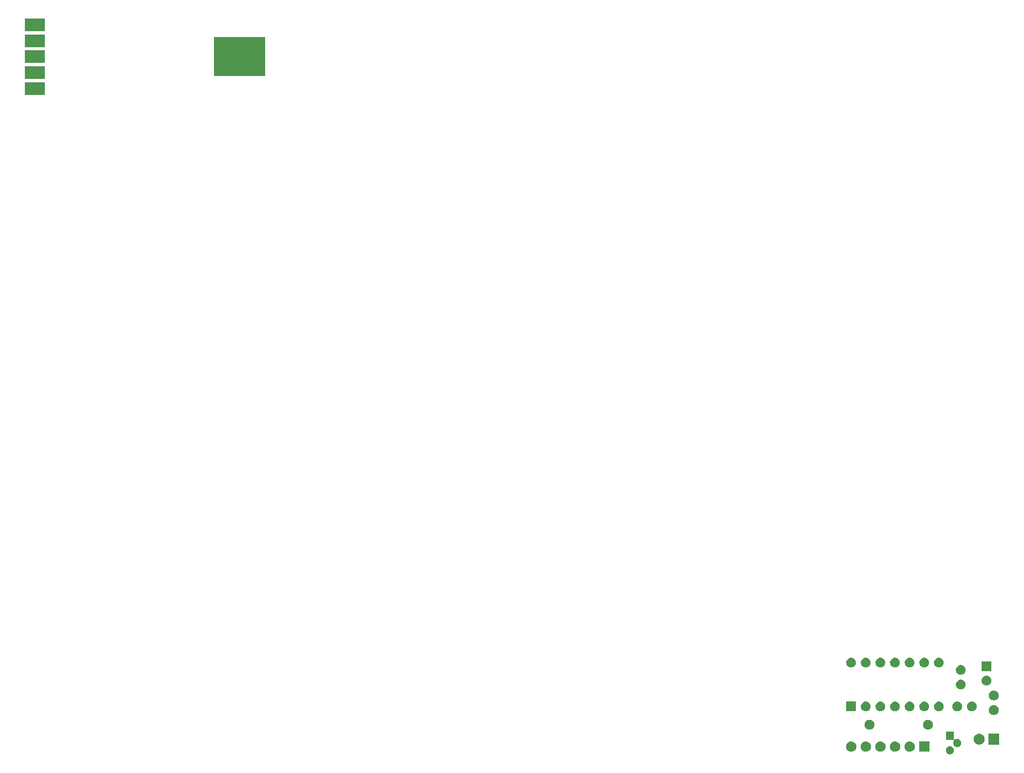
<source format=gbr>
G04 #@! TF.GenerationSoftware,KiCad,Pcbnew,(5.1.5)-3*
G04 #@! TF.CreationDate,2022-03-24T10:50:37-07:00*
G04 #@! TF.ProjectId,wiijoy,7769696a-6f79-42e6-9b69-6361645f7063,rev?*
G04 #@! TF.SameCoordinates,Original*
G04 #@! TF.FileFunction,Soldermask,Top*
G04 #@! TF.FilePolarity,Negative*
%FSLAX46Y46*%
G04 Gerber Fmt 4.6, Leading zero omitted, Abs format (unit mm)*
G04 Created by KiCad (PCBNEW (5.1.5)-3) date 2022-03-24 10:50:37*
%MOMM*%
%LPD*%
G04 APERTURE LIST*
%ADD10C,0.100000*%
G04 APERTURE END LIST*
D10*
G36*
X41892972Y6196422D02*
G01*
X33013227Y6196422D01*
X33013227Y12868586D01*
X41892972Y12868586D01*
X41892972Y6196422D01*
G37*
X41892972Y6196422D02*
X33013227Y6196422D01*
X33013227Y12868586D01*
X41892972Y12868586D01*
X41892972Y6196422D01*
G36*
X3560600Y2908650D02*
G01*
X179423Y2908650D01*
X179423Y5038988D01*
X3560600Y5038988D01*
X3560600Y2908650D01*
G37*
X3560600Y2908650D02*
X179423Y2908650D01*
X179423Y5038988D01*
X3560600Y5038988D01*
X3560600Y2908650D01*
G36*
X3560600Y5676134D02*
G01*
X179423Y5676134D01*
X179423Y7806472D01*
X3560600Y7806472D01*
X3560600Y5676134D01*
G37*
X3560600Y5676134D02*
X179423Y5676134D01*
X179423Y7806472D01*
X3560600Y7806472D01*
X3560600Y5676134D01*
G36*
X3546919Y8496996D02*
G01*
X165742Y8496996D01*
X165742Y10627334D01*
X3546919Y10627334D01*
X3546919Y8496996D01*
G37*
X3546919Y8496996D02*
X165742Y8496996D01*
X165742Y10627334D01*
X3546919Y10627334D01*
X3546919Y8496996D01*
G36*
X3566464Y11213665D02*
G01*
X185287Y11213665D01*
X185287Y13344003D01*
X3566464Y13344003D01*
X3566464Y11213665D01*
G37*
X3566464Y11213665D02*
X185287Y11213665D01*
X185287Y13344003D01*
X3566464Y13344003D01*
X3566464Y11213665D01*
G36*
X3586008Y14008511D02*
G01*
X204831Y14008511D01*
X204831Y16138849D01*
X3586008Y16138849D01*
X3586008Y14008511D01*
G37*
X3586008Y14008511D02*
X204831Y14008511D01*
X204831Y16138849D01*
X3586008Y16138849D01*
X3586008Y14008511D01*
G36*
X161088073Y-110400138D02*
G01*
X161215649Y-110452982D01*
X161330459Y-110529695D01*
X161428105Y-110627341D01*
X161504818Y-110742151D01*
X161557662Y-110869727D01*
X161584600Y-111005156D01*
X161584600Y-111143244D01*
X161557662Y-111278673D01*
X161504818Y-111406249D01*
X161428105Y-111521059D01*
X161330459Y-111618705D01*
X161215649Y-111695418D01*
X161088073Y-111748262D01*
X160952644Y-111775200D01*
X160814556Y-111775200D01*
X160679127Y-111748262D01*
X160551551Y-111695418D01*
X160436741Y-111618705D01*
X160339095Y-111521059D01*
X160262382Y-111406249D01*
X160209538Y-111278673D01*
X160182600Y-111143244D01*
X160182600Y-111005156D01*
X160209538Y-110869727D01*
X160262382Y-110742151D01*
X160339095Y-110627341D01*
X160436741Y-110529695D01*
X160551551Y-110452982D01*
X160679127Y-110400138D01*
X160814556Y-110373200D01*
X160952644Y-110373200D01*
X161088073Y-110400138D01*
G37*
G36*
X157339600Y-111340200D02*
G01*
X155537600Y-111340200D01*
X155537600Y-109538200D01*
X157339600Y-109538200D01*
X157339600Y-111340200D01*
G37*
G36*
X143852112Y-109543127D02*
G01*
X144001412Y-109572824D01*
X144165384Y-109640744D01*
X144312954Y-109739347D01*
X144438453Y-109864846D01*
X144537056Y-110012416D01*
X144604976Y-110176388D01*
X144639600Y-110350459D01*
X144639600Y-110527941D01*
X144604976Y-110702012D01*
X144537056Y-110865984D01*
X144438453Y-111013554D01*
X144312954Y-111139053D01*
X144165384Y-111237656D01*
X144001412Y-111305576D01*
X143852112Y-111335273D01*
X143827342Y-111340200D01*
X143649858Y-111340200D01*
X143625088Y-111335273D01*
X143475788Y-111305576D01*
X143311816Y-111237656D01*
X143164246Y-111139053D01*
X143038747Y-111013554D01*
X142940144Y-110865984D01*
X142872224Y-110702012D01*
X142837600Y-110527941D01*
X142837600Y-110350459D01*
X142872224Y-110176388D01*
X142940144Y-110012416D01*
X143038747Y-109864846D01*
X143164246Y-109739347D01*
X143311816Y-109640744D01*
X143475788Y-109572824D01*
X143625088Y-109543127D01*
X143649858Y-109538200D01*
X143827342Y-109538200D01*
X143852112Y-109543127D01*
G37*
G36*
X146392112Y-109543127D02*
G01*
X146541412Y-109572824D01*
X146705384Y-109640744D01*
X146852954Y-109739347D01*
X146978453Y-109864846D01*
X147077056Y-110012416D01*
X147144976Y-110176388D01*
X147179600Y-110350459D01*
X147179600Y-110527941D01*
X147144976Y-110702012D01*
X147077056Y-110865984D01*
X146978453Y-111013554D01*
X146852954Y-111139053D01*
X146705384Y-111237656D01*
X146541412Y-111305576D01*
X146392112Y-111335273D01*
X146367342Y-111340200D01*
X146189858Y-111340200D01*
X146165088Y-111335273D01*
X146015788Y-111305576D01*
X145851816Y-111237656D01*
X145704246Y-111139053D01*
X145578747Y-111013554D01*
X145480144Y-110865984D01*
X145412224Y-110702012D01*
X145377600Y-110527941D01*
X145377600Y-110350459D01*
X145412224Y-110176388D01*
X145480144Y-110012416D01*
X145578747Y-109864846D01*
X145704246Y-109739347D01*
X145851816Y-109640744D01*
X146015788Y-109572824D01*
X146165088Y-109543127D01*
X146189858Y-109538200D01*
X146367342Y-109538200D01*
X146392112Y-109543127D01*
G37*
G36*
X148932112Y-109543127D02*
G01*
X149081412Y-109572824D01*
X149245384Y-109640744D01*
X149392954Y-109739347D01*
X149518453Y-109864846D01*
X149617056Y-110012416D01*
X149684976Y-110176388D01*
X149719600Y-110350459D01*
X149719600Y-110527941D01*
X149684976Y-110702012D01*
X149617056Y-110865984D01*
X149518453Y-111013554D01*
X149392954Y-111139053D01*
X149245384Y-111237656D01*
X149081412Y-111305576D01*
X148932112Y-111335273D01*
X148907342Y-111340200D01*
X148729858Y-111340200D01*
X148705088Y-111335273D01*
X148555788Y-111305576D01*
X148391816Y-111237656D01*
X148244246Y-111139053D01*
X148118747Y-111013554D01*
X148020144Y-110865984D01*
X147952224Y-110702012D01*
X147917600Y-110527941D01*
X147917600Y-110350459D01*
X147952224Y-110176388D01*
X148020144Y-110012416D01*
X148118747Y-109864846D01*
X148244246Y-109739347D01*
X148391816Y-109640744D01*
X148555788Y-109572824D01*
X148705088Y-109543127D01*
X148729858Y-109538200D01*
X148907342Y-109538200D01*
X148932112Y-109543127D01*
G37*
G36*
X151472112Y-109543127D02*
G01*
X151621412Y-109572824D01*
X151785384Y-109640744D01*
X151932954Y-109739347D01*
X152058453Y-109864846D01*
X152157056Y-110012416D01*
X152224976Y-110176388D01*
X152259600Y-110350459D01*
X152259600Y-110527941D01*
X152224976Y-110702012D01*
X152157056Y-110865984D01*
X152058453Y-111013554D01*
X151932954Y-111139053D01*
X151785384Y-111237656D01*
X151621412Y-111305576D01*
X151472112Y-111335273D01*
X151447342Y-111340200D01*
X151269858Y-111340200D01*
X151245088Y-111335273D01*
X151095788Y-111305576D01*
X150931816Y-111237656D01*
X150784246Y-111139053D01*
X150658747Y-111013554D01*
X150560144Y-110865984D01*
X150492224Y-110702012D01*
X150457600Y-110527941D01*
X150457600Y-110350459D01*
X150492224Y-110176388D01*
X150560144Y-110012416D01*
X150658747Y-109864846D01*
X150784246Y-109739347D01*
X150931816Y-109640744D01*
X151095788Y-109572824D01*
X151245088Y-109543127D01*
X151269858Y-109538200D01*
X151447342Y-109538200D01*
X151472112Y-109543127D01*
G37*
G36*
X154012112Y-109543127D02*
G01*
X154161412Y-109572824D01*
X154325384Y-109640744D01*
X154472954Y-109739347D01*
X154598453Y-109864846D01*
X154697056Y-110012416D01*
X154764976Y-110176388D01*
X154799600Y-110350459D01*
X154799600Y-110527941D01*
X154764976Y-110702012D01*
X154697056Y-110865984D01*
X154598453Y-111013554D01*
X154472954Y-111139053D01*
X154325384Y-111237656D01*
X154161412Y-111305576D01*
X154012112Y-111335273D01*
X153987342Y-111340200D01*
X153809858Y-111340200D01*
X153785088Y-111335273D01*
X153635788Y-111305576D01*
X153471816Y-111237656D01*
X153324246Y-111139053D01*
X153198747Y-111013554D01*
X153100144Y-110865984D01*
X153032224Y-110702012D01*
X152997600Y-110527941D01*
X152997600Y-110350459D01*
X153032224Y-110176388D01*
X153100144Y-110012416D01*
X153198747Y-109864846D01*
X153324246Y-109739347D01*
X153471816Y-109640744D01*
X153635788Y-109572824D01*
X153785088Y-109543127D01*
X153809858Y-109538200D01*
X153987342Y-109538200D01*
X154012112Y-109543127D01*
G37*
G36*
X161584600Y-109107451D02*
G01*
X161587002Y-109131837D01*
X161594115Y-109155286D01*
X161605666Y-109176897D01*
X161621211Y-109195839D01*
X161640153Y-109211384D01*
X161661764Y-109222935D01*
X161685213Y-109230048D01*
X161709599Y-109232450D01*
X161733985Y-109230048D01*
X161757434Y-109222935D01*
X161779044Y-109211384D01*
X161821551Y-109182982D01*
X161949127Y-109130138D01*
X162084556Y-109103200D01*
X162222644Y-109103200D01*
X162358073Y-109130138D01*
X162485649Y-109182982D01*
X162600459Y-109259695D01*
X162698105Y-109357341D01*
X162774818Y-109472151D01*
X162827662Y-109599727D01*
X162854600Y-109735156D01*
X162854600Y-109873244D01*
X162827662Y-110008673D01*
X162774818Y-110136249D01*
X162698105Y-110251059D01*
X162600459Y-110348705D01*
X162485649Y-110425418D01*
X162358073Y-110478262D01*
X162222644Y-110505200D01*
X162084556Y-110505200D01*
X161949127Y-110478262D01*
X161821551Y-110425418D01*
X161706741Y-110348705D01*
X161609095Y-110251059D01*
X161532382Y-110136249D01*
X161479538Y-110008673D01*
X161452600Y-109873244D01*
X161452600Y-109735156D01*
X161479538Y-109599727D01*
X161532382Y-109472151D01*
X161560784Y-109429644D01*
X161572335Y-109408033D01*
X161579448Y-109384584D01*
X161581850Y-109360198D01*
X161579448Y-109335812D01*
X161572335Y-109312363D01*
X161560783Y-109290753D01*
X161545238Y-109271811D01*
X161526296Y-109256266D01*
X161504685Y-109244715D01*
X161481236Y-109237602D01*
X161456851Y-109235200D01*
X160182600Y-109235200D01*
X160182600Y-107833200D01*
X161584600Y-107833200D01*
X161584600Y-109107451D01*
G37*
G36*
X169454600Y-110098229D02*
G01*
X167552600Y-110098229D01*
X167552600Y-108196229D01*
X169454600Y-108196229D01*
X169454600Y-110098229D01*
G37*
G36*
X166240995Y-108232775D02*
G01*
X166414066Y-108304463D01*
X166414067Y-108304464D01*
X166569827Y-108408539D01*
X166702290Y-108541002D01*
X166702291Y-108541004D01*
X166806366Y-108696763D01*
X166878054Y-108869834D01*
X166914600Y-109053562D01*
X166914600Y-109240896D01*
X166878054Y-109424624D01*
X166806366Y-109597695D01*
X166754681Y-109675047D01*
X166702290Y-109753456D01*
X166569827Y-109885919D01*
X166491418Y-109938310D01*
X166414066Y-109989995D01*
X166240995Y-110061683D01*
X166057267Y-110098229D01*
X165869933Y-110098229D01*
X165686205Y-110061683D01*
X165513134Y-109989995D01*
X165435782Y-109938310D01*
X165357373Y-109885919D01*
X165224910Y-109753456D01*
X165172519Y-109675047D01*
X165120834Y-109597695D01*
X165049146Y-109424624D01*
X165012600Y-109240896D01*
X165012600Y-109053562D01*
X165049146Y-108869834D01*
X165120834Y-108696763D01*
X165224909Y-108541004D01*
X165224910Y-108541002D01*
X165357373Y-108408539D01*
X165513133Y-108304464D01*
X165513134Y-108304463D01*
X165686205Y-108232775D01*
X165869933Y-108196229D01*
X166057267Y-108196229D01*
X166240995Y-108232775D01*
G37*
G36*
X157321828Y-105810903D02*
G01*
X157476700Y-105875053D01*
X157616081Y-105968185D01*
X157734615Y-106086719D01*
X157827747Y-106226100D01*
X157891897Y-106380972D01*
X157924600Y-106545384D01*
X157924600Y-106713016D01*
X157891897Y-106877428D01*
X157827747Y-107032300D01*
X157734615Y-107171681D01*
X157616081Y-107290215D01*
X157476700Y-107383347D01*
X157321828Y-107447497D01*
X157157416Y-107480200D01*
X156989784Y-107480200D01*
X156825372Y-107447497D01*
X156670500Y-107383347D01*
X156531119Y-107290215D01*
X156412585Y-107171681D01*
X156319453Y-107032300D01*
X156255303Y-106877428D01*
X156222600Y-106713016D01*
X156222600Y-106545384D01*
X156255303Y-106380972D01*
X156319453Y-106226100D01*
X156412585Y-106086719D01*
X156531119Y-105968185D01*
X156670500Y-105875053D01*
X156825372Y-105810903D01*
X156989784Y-105778200D01*
X157157416Y-105778200D01*
X157321828Y-105810903D01*
G37*
G36*
X147161828Y-105810903D02*
G01*
X147316700Y-105875053D01*
X147456081Y-105968185D01*
X147574615Y-106086719D01*
X147667747Y-106226100D01*
X147731897Y-106380972D01*
X147764600Y-106545384D01*
X147764600Y-106713016D01*
X147731897Y-106877428D01*
X147667747Y-107032300D01*
X147574615Y-107171681D01*
X147456081Y-107290215D01*
X147316700Y-107383347D01*
X147161828Y-107447497D01*
X146997416Y-107480200D01*
X146829784Y-107480200D01*
X146665372Y-107447497D01*
X146510500Y-107383347D01*
X146371119Y-107290215D01*
X146252585Y-107171681D01*
X146159453Y-107032300D01*
X146095303Y-106877428D01*
X146062600Y-106713016D01*
X146062600Y-106545384D01*
X146095303Y-106380972D01*
X146159453Y-106226100D01*
X146252585Y-106086719D01*
X146371119Y-105968185D01*
X146510500Y-105875053D01*
X146665372Y-105810903D01*
X146829784Y-105778200D01*
X146997416Y-105778200D01*
X147161828Y-105810903D01*
G37*
G36*
X168751828Y-103270903D02*
G01*
X168906700Y-103335053D01*
X169046081Y-103428185D01*
X169164615Y-103546719D01*
X169257747Y-103686100D01*
X169321897Y-103840972D01*
X169354600Y-104005384D01*
X169354600Y-104173016D01*
X169321897Y-104337428D01*
X169257747Y-104492300D01*
X169164615Y-104631681D01*
X169046081Y-104750215D01*
X168906700Y-104843347D01*
X168751828Y-104907497D01*
X168587416Y-104940200D01*
X168419784Y-104940200D01*
X168255372Y-104907497D01*
X168100500Y-104843347D01*
X167961119Y-104750215D01*
X167842585Y-104631681D01*
X167749453Y-104492300D01*
X167685303Y-104337428D01*
X167652600Y-104173016D01*
X167652600Y-104005384D01*
X167685303Y-103840972D01*
X167749453Y-103686100D01*
X167842585Y-103546719D01*
X167961119Y-103428185D01*
X168100500Y-103335053D01*
X168255372Y-103270903D01*
X168419784Y-103238200D01*
X168587416Y-103238200D01*
X168751828Y-103270903D01*
G37*
G36*
X159226828Y-102635903D02*
G01*
X159381700Y-102700053D01*
X159521081Y-102793185D01*
X159639615Y-102911719D01*
X159732747Y-103051100D01*
X159796897Y-103205972D01*
X159829600Y-103370384D01*
X159829600Y-103538016D01*
X159796897Y-103702428D01*
X159732747Y-103857300D01*
X159639615Y-103996681D01*
X159521081Y-104115215D01*
X159381700Y-104208347D01*
X159226828Y-104272497D01*
X159062416Y-104305200D01*
X158894784Y-104305200D01*
X158730372Y-104272497D01*
X158575500Y-104208347D01*
X158436119Y-104115215D01*
X158317585Y-103996681D01*
X158224453Y-103857300D01*
X158160303Y-103702428D01*
X158127600Y-103538016D01*
X158127600Y-103370384D01*
X158160303Y-103205972D01*
X158224453Y-103051100D01*
X158317585Y-102911719D01*
X158436119Y-102793185D01*
X158575500Y-102700053D01*
X158730372Y-102635903D01*
X158894784Y-102603200D01*
X159062416Y-102603200D01*
X159226828Y-102635903D01*
G37*
G36*
X146526828Y-102635903D02*
G01*
X146681700Y-102700053D01*
X146821081Y-102793185D01*
X146939615Y-102911719D01*
X147032747Y-103051100D01*
X147096897Y-103205972D01*
X147129600Y-103370384D01*
X147129600Y-103538016D01*
X147096897Y-103702428D01*
X147032747Y-103857300D01*
X146939615Y-103996681D01*
X146821081Y-104115215D01*
X146681700Y-104208347D01*
X146526828Y-104272497D01*
X146362416Y-104305200D01*
X146194784Y-104305200D01*
X146030372Y-104272497D01*
X145875500Y-104208347D01*
X145736119Y-104115215D01*
X145617585Y-103996681D01*
X145524453Y-103857300D01*
X145460303Y-103702428D01*
X145427600Y-103538016D01*
X145427600Y-103370384D01*
X145460303Y-103205972D01*
X145524453Y-103051100D01*
X145617585Y-102911719D01*
X145736119Y-102793185D01*
X145875500Y-102700053D01*
X146030372Y-102635903D01*
X146194784Y-102603200D01*
X146362416Y-102603200D01*
X146526828Y-102635903D01*
G37*
G36*
X149066828Y-102635903D02*
G01*
X149221700Y-102700053D01*
X149361081Y-102793185D01*
X149479615Y-102911719D01*
X149572747Y-103051100D01*
X149636897Y-103205972D01*
X149669600Y-103370384D01*
X149669600Y-103538016D01*
X149636897Y-103702428D01*
X149572747Y-103857300D01*
X149479615Y-103996681D01*
X149361081Y-104115215D01*
X149221700Y-104208347D01*
X149066828Y-104272497D01*
X148902416Y-104305200D01*
X148734784Y-104305200D01*
X148570372Y-104272497D01*
X148415500Y-104208347D01*
X148276119Y-104115215D01*
X148157585Y-103996681D01*
X148064453Y-103857300D01*
X148000303Y-103702428D01*
X147967600Y-103538016D01*
X147967600Y-103370384D01*
X148000303Y-103205972D01*
X148064453Y-103051100D01*
X148157585Y-102911719D01*
X148276119Y-102793185D01*
X148415500Y-102700053D01*
X148570372Y-102635903D01*
X148734784Y-102603200D01*
X148902416Y-102603200D01*
X149066828Y-102635903D01*
G37*
G36*
X151606828Y-102635903D02*
G01*
X151761700Y-102700053D01*
X151901081Y-102793185D01*
X152019615Y-102911719D01*
X152112747Y-103051100D01*
X152176897Y-103205972D01*
X152209600Y-103370384D01*
X152209600Y-103538016D01*
X152176897Y-103702428D01*
X152112747Y-103857300D01*
X152019615Y-103996681D01*
X151901081Y-104115215D01*
X151761700Y-104208347D01*
X151606828Y-104272497D01*
X151442416Y-104305200D01*
X151274784Y-104305200D01*
X151110372Y-104272497D01*
X150955500Y-104208347D01*
X150816119Y-104115215D01*
X150697585Y-103996681D01*
X150604453Y-103857300D01*
X150540303Y-103702428D01*
X150507600Y-103538016D01*
X150507600Y-103370384D01*
X150540303Y-103205972D01*
X150604453Y-103051100D01*
X150697585Y-102911719D01*
X150816119Y-102793185D01*
X150955500Y-102700053D01*
X151110372Y-102635903D01*
X151274784Y-102603200D01*
X151442416Y-102603200D01*
X151606828Y-102635903D01*
G37*
G36*
X154146828Y-102635903D02*
G01*
X154301700Y-102700053D01*
X154441081Y-102793185D01*
X154559615Y-102911719D01*
X154652747Y-103051100D01*
X154716897Y-103205972D01*
X154749600Y-103370384D01*
X154749600Y-103538016D01*
X154716897Y-103702428D01*
X154652747Y-103857300D01*
X154559615Y-103996681D01*
X154441081Y-104115215D01*
X154301700Y-104208347D01*
X154146828Y-104272497D01*
X153982416Y-104305200D01*
X153814784Y-104305200D01*
X153650372Y-104272497D01*
X153495500Y-104208347D01*
X153356119Y-104115215D01*
X153237585Y-103996681D01*
X153144453Y-103857300D01*
X153080303Y-103702428D01*
X153047600Y-103538016D01*
X153047600Y-103370384D01*
X153080303Y-103205972D01*
X153144453Y-103051100D01*
X153237585Y-102911719D01*
X153356119Y-102793185D01*
X153495500Y-102700053D01*
X153650372Y-102635903D01*
X153814784Y-102603200D01*
X153982416Y-102603200D01*
X154146828Y-102635903D01*
G37*
G36*
X162401828Y-102635903D02*
G01*
X162556700Y-102700053D01*
X162696081Y-102793185D01*
X162814615Y-102911719D01*
X162907747Y-103051100D01*
X162971897Y-103205972D01*
X163004600Y-103370384D01*
X163004600Y-103538016D01*
X162971897Y-103702428D01*
X162907747Y-103857300D01*
X162814615Y-103996681D01*
X162696081Y-104115215D01*
X162556700Y-104208347D01*
X162401828Y-104272497D01*
X162237416Y-104305200D01*
X162069784Y-104305200D01*
X161905372Y-104272497D01*
X161750500Y-104208347D01*
X161611119Y-104115215D01*
X161492585Y-103996681D01*
X161399453Y-103857300D01*
X161335303Y-103702428D01*
X161302600Y-103538016D01*
X161302600Y-103370384D01*
X161335303Y-103205972D01*
X161399453Y-103051100D01*
X161492585Y-102911719D01*
X161611119Y-102793185D01*
X161750500Y-102700053D01*
X161905372Y-102635903D01*
X162069784Y-102603200D01*
X162237416Y-102603200D01*
X162401828Y-102635903D01*
G37*
G36*
X156686828Y-102635903D02*
G01*
X156841700Y-102700053D01*
X156981081Y-102793185D01*
X157099615Y-102911719D01*
X157192747Y-103051100D01*
X157256897Y-103205972D01*
X157289600Y-103370384D01*
X157289600Y-103538016D01*
X157256897Y-103702428D01*
X157192747Y-103857300D01*
X157099615Y-103996681D01*
X156981081Y-104115215D01*
X156841700Y-104208347D01*
X156686828Y-104272497D01*
X156522416Y-104305200D01*
X156354784Y-104305200D01*
X156190372Y-104272497D01*
X156035500Y-104208347D01*
X155896119Y-104115215D01*
X155777585Y-103996681D01*
X155684453Y-103857300D01*
X155620303Y-103702428D01*
X155587600Y-103538016D01*
X155587600Y-103370384D01*
X155620303Y-103205972D01*
X155684453Y-103051100D01*
X155777585Y-102911719D01*
X155896119Y-102793185D01*
X156035500Y-102700053D01*
X156190372Y-102635903D01*
X156354784Y-102603200D01*
X156522416Y-102603200D01*
X156686828Y-102635903D01*
G37*
G36*
X144589600Y-104305200D02*
G01*
X142887600Y-104305200D01*
X142887600Y-102603200D01*
X144589600Y-102603200D01*
X144589600Y-104305200D01*
G37*
G36*
X164941828Y-102635903D02*
G01*
X165096700Y-102700053D01*
X165236081Y-102793185D01*
X165354615Y-102911719D01*
X165447747Y-103051100D01*
X165511897Y-103205972D01*
X165544600Y-103370384D01*
X165544600Y-103538016D01*
X165511897Y-103702428D01*
X165447747Y-103857300D01*
X165354615Y-103996681D01*
X165236081Y-104115215D01*
X165096700Y-104208347D01*
X164941828Y-104272497D01*
X164777416Y-104305200D01*
X164609784Y-104305200D01*
X164445372Y-104272497D01*
X164290500Y-104208347D01*
X164151119Y-104115215D01*
X164032585Y-103996681D01*
X163939453Y-103857300D01*
X163875303Y-103702428D01*
X163842600Y-103538016D01*
X163842600Y-103370384D01*
X163875303Y-103205972D01*
X163939453Y-103051100D01*
X164032585Y-102911719D01*
X164151119Y-102793185D01*
X164290500Y-102700053D01*
X164445372Y-102635903D01*
X164609784Y-102603200D01*
X164777416Y-102603200D01*
X164941828Y-102635903D01*
G37*
G36*
X168751828Y-100730903D02*
G01*
X168906700Y-100795053D01*
X169046081Y-100888185D01*
X169164615Y-101006719D01*
X169257747Y-101146100D01*
X169321897Y-101300972D01*
X169354600Y-101465384D01*
X169354600Y-101633016D01*
X169321897Y-101797428D01*
X169257747Y-101952300D01*
X169164615Y-102091681D01*
X169046081Y-102210215D01*
X168906700Y-102303347D01*
X168751828Y-102367497D01*
X168587416Y-102400200D01*
X168419784Y-102400200D01*
X168255372Y-102367497D01*
X168100500Y-102303347D01*
X167961119Y-102210215D01*
X167842585Y-102091681D01*
X167749453Y-101952300D01*
X167685303Y-101797428D01*
X167652600Y-101633016D01*
X167652600Y-101465384D01*
X167685303Y-101300972D01*
X167749453Y-101146100D01*
X167842585Y-101006719D01*
X167961119Y-100888185D01*
X168100500Y-100795053D01*
X168255372Y-100730903D01*
X168419784Y-100698200D01*
X168587416Y-100698200D01*
X168751828Y-100730903D01*
G37*
G36*
X163036828Y-98825903D02*
G01*
X163191700Y-98890053D01*
X163331081Y-98983185D01*
X163449615Y-99101719D01*
X163542747Y-99241100D01*
X163606897Y-99395972D01*
X163639600Y-99560384D01*
X163639600Y-99728016D01*
X163606897Y-99892428D01*
X163542747Y-100047300D01*
X163449615Y-100186681D01*
X163331081Y-100305215D01*
X163191700Y-100398347D01*
X163036828Y-100462497D01*
X162872416Y-100495200D01*
X162704784Y-100495200D01*
X162540372Y-100462497D01*
X162385500Y-100398347D01*
X162246119Y-100305215D01*
X162127585Y-100186681D01*
X162034453Y-100047300D01*
X161970303Y-99892428D01*
X161937600Y-99728016D01*
X161937600Y-99560384D01*
X161970303Y-99395972D01*
X162034453Y-99241100D01*
X162127585Y-99101719D01*
X162246119Y-98983185D01*
X162385500Y-98890053D01*
X162540372Y-98825903D01*
X162704784Y-98793200D01*
X162872416Y-98793200D01*
X163036828Y-98825903D01*
G37*
G36*
X167481828Y-98150903D02*
G01*
X167636700Y-98215053D01*
X167776081Y-98308185D01*
X167894615Y-98426719D01*
X167987747Y-98566100D01*
X168051897Y-98720972D01*
X168084600Y-98885384D01*
X168084600Y-99053016D01*
X168051897Y-99217428D01*
X167987747Y-99372300D01*
X167894615Y-99511681D01*
X167776081Y-99630215D01*
X167636700Y-99723347D01*
X167481828Y-99787497D01*
X167317416Y-99820200D01*
X167149784Y-99820200D01*
X166985372Y-99787497D01*
X166830500Y-99723347D01*
X166691119Y-99630215D01*
X166572585Y-99511681D01*
X166479453Y-99372300D01*
X166415303Y-99217428D01*
X166382600Y-99053016D01*
X166382600Y-98885384D01*
X166415303Y-98720972D01*
X166479453Y-98566100D01*
X166572585Y-98426719D01*
X166691119Y-98308185D01*
X166830500Y-98215053D01*
X166985372Y-98150903D01*
X167149784Y-98118200D01*
X167317416Y-98118200D01*
X167481828Y-98150903D01*
G37*
G36*
X163036828Y-96285903D02*
G01*
X163191700Y-96350053D01*
X163331081Y-96443185D01*
X163449615Y-96561719D01*
X163542747Y-96701100D01*
X163606897Y-96855972D01*
X163639600Y-97020384D01*
X163639600Y-97188016D01*
X163606897Y-97352428D01*
X163542747Y-97507300D01*
X163449615Y-97646681D01*
X163331081Y-97765215D01*
X163191700Y-97858347D01*
X163036828Y-97922497D01*
X162872416Y-97955200D01*
X162704784Y-97955200D01*
X162540372Y-97922497D01*
X162385500Y-97858347D01*
X162246119Y-97765215D01*
X162127585Y-97646681D01*
X162034453Y-97507300D01*
X161970303Y-97352428D01*
X161937600Y-97188016D01*
X161937600Y-97020384D01*
X161970303Y-96855972D01*
X162034453Y-96701100D01*
X162127585Y-96561719D01*
X162246119Y-96443185D01*
X162385500Y-96350053D01*
X162540372Y-96285903D01*
X162704784Y-96253200D01*
X162872416Y-96253200D01*
X163036828Y-96285903D01*
G37*
G36*
X168084600Y-97320200D02*
G01*
X166382600Y-97320200D01*
X166382600Y-95618200D01*
X168084600Y-95618200D01*
X168084600Y-97320200D01*
G37*
G36*
X154146828Y-95015903D02*
G01*
X154301700Y-95080053D01*
X154441081Y-95173185D01*
X154559615Y-95291719D01*
X154652747Y-95431100D01*
X154716897Y-95585972D01*
X154749600Y-95750384D01*
X154749600Y-95918016D01*
X154716897Y-96082428D01*
X154652747Y-96237300D01*
X154559615Y-96376681D01*
X154441081Y-96495215D01*
X154301700Y-96588347D01*
X154146828Y-96652497D01*
X153982416Y-96685200D01*
X153814784Y-96685200D01*
X153650372Y-96652497D01*
X153495500Y-96588347D01*
X153356119Y-96495215D01*
X153237585Y-96376681D01*
X153144453Y-96237300D01*
X153080303Y-96082428D01*
X153047600Y-95918016D01*
X153047600Y-95750384D01*
X153080303Y-95585972D01*
X153144453Y-95431100D01*
X153237585Y-95291719D01*
X153356119Y-95173185D01*
X153495500Y-95080053D01*
X153650372Y-95015903D01*
X153814784Y-94983200D01*
X153982416Y-94983200D01*
X154146828Y-95015903D01*
G37*
G36*
X159226828Y-95015903D02*
G01*
X159381700Y-95080053D01*
X159521081Y-95173185D01*
X159639615Y-95291719D01*
X159732747Y-95431100D01*
X159796897Y-95585972D01*
X159829600Y-95750384D01*
X159829600Y-95918016D01*
X159796897Y-96082428D01*
X159732747Y-96237300D01*
X159639615Y-96376681D01*
X159521081Y-96495215D01*
X159381700Y-96588347D01*
X159226828Y-96652497D01*
X159062416Y-96685200D01*
X158894784Y-96685200D01*
X158730372Y-96652497D01*
X158575500Y-96588347D01*
X158436119Y-96495215D01*
X158317585Y-96376681D01*
X158224453Y-96237300D01*
X158160303Y-96082428D01*
X158127600Y-95918016D01*
X158127600Y-95750384D01*
X158160303Y-95585972D01*
X158224453Y-95431100D01*
X158317585Y-95291719D01*
X158436119Y-95173185D01*
X158575500Y-95080053D01*
X158730372Y-95015903D01*
X158894784Y-94983200D01*
X159062416Y-94983200D01*
X159226828Y-95015903D01*
G37*
G36*
X156686828Y-95015903D02*
G01*
X156841700Y-95080053D01*
X156981081Y-95173185D01*
X157099615Y-95291719D01*
X157192747Y-95431100D01*
X157256897Y-95585972D01*
X157289600Y-95750384D01*
X157289600Y-95918016D01*
X157256897Y-96082428D01*
X157192747Y-96237300D01*
X157099615Y-96376681D01*
X156981081Y-96495215D01*
X156841700Y-96588347D01*
X156686828Y-96652497D01*
X156522416Y-96685200D01*
X156354784Y-96685200D01*
X156190372Y-96652497D01*
X156035500Y-96588347D01*
X155896119Y-96495215D01*
X155777585Y-96376681D01*
X155684453Y-96237300D01*
X155620303Y-96082428D01*
X155587600Y-95918016D01*
X155587600Y-95750384D01*
X155620303Y-95585972D01*
X155684453Y-95431100D01*
X155777585Y-95291719D01*
X155896119Y-95173185D01*
X156035500Y-95080053D01*
X156190372Y-95015903D01*
X156354784Y-94983200D01*
X156522416Y-94983200D01*
X156686828Y-95015903D01*
G37*
G36*
X151606828Y-95015903D02*
G01*
X151761700Y-95080053D01*
X151901081Y-95173185D01*
X152019615Y-95291719D01*
X152112747Y-95431100D01*
X152176897Y-95585972D01*
X152209600Y-95750384D01*
X152209600Y-95918016D01*
X152176897Y-96082428D01*
X152112747Y-96237300D01*
X152019615Y-96376681D01*
X151901081Y-96495215D01*
X151761700Y-96588347D01*
X151606828Y-96652497D01*
X151442416Y-96685200D01*
X151274784Y-96685200D01*
X151110372Y-96652497D01*
X150955500Y-96588347D01*
X150816119Y-96495215D01*
X150697585Y-96376681D01*
X150604453Y-96237300D01*
X150540303Y-96082428D01*
X150507600Y-95918016D01*
X150507600Y-95750384D01*
X150540303Y-95585972D01*
X150604453Y-95431100D01*
X150697585Y-95291719D01*
X150816119Y-95173185D01*
X150955500Y-95080053D01*
X151110372Y-95015903D01*
X151274784Y-94983200D01*
X151442416Y-94983200D01*
X151606828Y-95015903D01*
G37*
G36*
X149066828Y-95015903D02*
G01*
X149221700Y-95080053D01*
X149361081Y-95173185D01*
X149479615Y-95291719D01*
X149572747Y-95431100D01*
X149636897Y-95585972D01*
X149669600Y-95750384D01*
X149669600Y-95918016D01*
X149636897Y-96082428D01*
X149572747Y-96237300D01*
X149479615Y-96376681D01*
X149361081Y-96495215D01*
X149221700Y-96588347D01*
X149066828Y-96652497D01*
X148902416Y-96685200D01*
X148734784Y-96685200D01*
X148570372Y-96652497D01*
X148415500Y-96588347D01*
X148276119Y-96495215D01*
X148157585Y-96376681D01*
X148064453Y-96237300D01*
X148000303Y-96082428D01*
X147967600Y-95918016D01*
X147967600Y-95750384D01*
X148000303Y-95585972D01*
X148064453Y-95431100D01*
X148157585Y-95291719D01*
X148276119Y-95173185D01*
X148415500Y-95080053D01*
X148570372Y-95015903D01*
X148734784Y-94983200D01*
X148902416Y-94983200D01*
X149066828Y-95015903D01*
G37*
G36*
X146526828Y-95015903D02*
G01*
X146681700Y-95080053D01*
X146821081Y-95173185D01*
X146939615Y-95291719D01*
X147032747Y-95431100D01*
X147096897Y-95585972D01*
X147129600Y-95750384D01*
X147129600Y-95918016D01*
X147096897Y-96082428D01*
X147032747Y-96237300D01*
X146939615Y-96376681D01*
X146821081Y-96495215D01*
X146681700Y-96588347D01*
X146526828Y-96652497D01*
X146362416Y-96685200D01*
X146194784Y-96685200D01*
X146030372Y-96652497D01*
X145875500Y-96588347D01*
X145736119Y-96495215D01*
X145617585Y-96376681D01*
X145524453Y-96237300D01*
X145460303Y-96082428D01*
X145427600Y-95918016D01*
X145427600Y-95750384D01*
X145460303Y-95585972D01*
X145524453Y-95431100D01*
X145617585Y-95291719D01*
X145736119Y-95173185D01*
X145875500Y-95080053D01*
X146030372Y-95015903D01*
X146194784Y-94983200D01*
X146362416Y-94983200D01*
X146526828Y-95015903D01*
G37*
G36*
X143986828Y-95015903D02*
G01*
X144141700Y-95080053D01*
X144281081Y-95173185D01*
X144399615Y-95291719D01*
X144492747Y-95431100D01*
X144556897Y-95585972D01*
X144589600Y-95750384D01*
X144589600Y-95918016D01*
X144556897Y-96082428D01*
X144492747Y-96237300D01*
X144399615Y-96376681D01*
X144281081Y-96495215D01*
X144141700Y-96588347D01*
X143986828Y-96652497D01*
X143822416Y-96685200D01*
X143654784Y-96685200D01*
X143490372Y-96652497D01*
X143335500Y-96588347D01*
X143196119Y-96495215D01*
X143077585Y-96376681D01*
X142984453Y-96237300D01*
X142920303Y-96082428D01*
X142887600Y-95918016D01*
X142887600Y-95750384D01*
X142920303Y-95585972D01*
X142984453Y-95431100D01*
X143077585Y-95291719D01*
X143196119Y-95173185D01*
X143335500Y-95080053D01*
X143490372Y-95015903D01*
X143654784Y-94983200D01*
X143822416Y-94983200D01*
X143986828Y-95015903D01*
G37*
M02*

</source>
